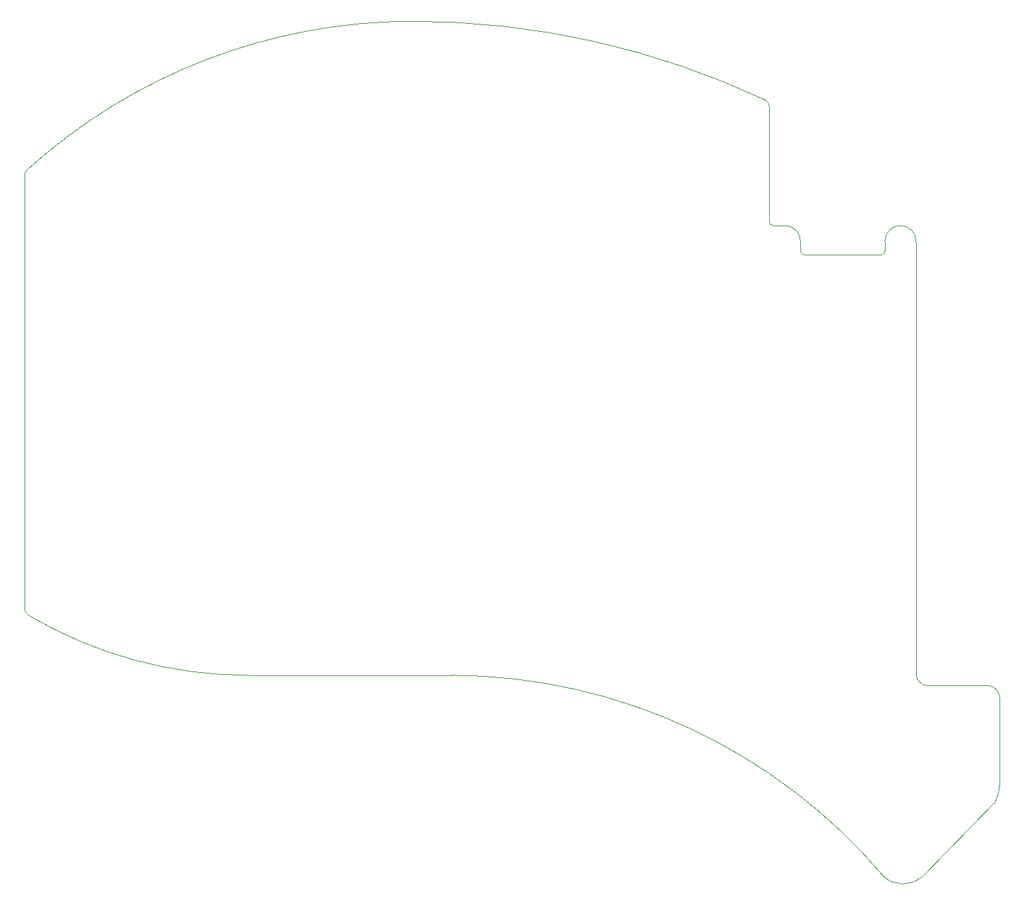
<source format=gm1>
%TF.GenerationSoftware,KiCad,Pcbnew,7.0.7-2.fc38*%
%TF.CreationDate,2023-10-08T12:30:22+05:30*%
%TF.ProjectId,tako_right,74616b6f-5f72-4696-9768-742e6b696361,rev?*%
%TF.SameCoordinates,Original*%
%TF.FileFunction,Profile,NP*%
%FSLAX46Y46*%
G04 Gerber Fmt 4.6, Leading zero omitted, Abs format (unit mm)*
G04 Created by KiCad (PCBNEW 7.0.7-2.fc38) date 2023-10-08 12:30:22*
%MOMM*%
%LPD*%
G01*
G04 APERTURE LIST*
%TA.AperFunction,Profile*%
%ADD10C,0.100000*%
%TD*%
%TA.AperFunction,Profile*%
%ADD11C,0.050000*%
%TD*%
G04 APERTURE END LIST*
D10*
X276294057Y-111364599D02*
X268643644Y-111364387D01*
X277248315Y-126235007D02*
G75*
G03*
X277819057Y-124214599I-3379215J2045407D01*
G01*
D11*
X247788747Y-36379085D02*
G75*
G03*
X202739289Y-26334575I-45050047J-96003415D01*
G01*
X153114941Y-86246058D02*
X153114943Y-101485645D01*
X248364002Y-51980529D02*
X248364002Y-37284666D01*
X153114986Y-101485645D02*
G75*
G03*
X153588342Y-102335003I998414J-155D01*
G01*
X265145268Y-52479935D02*
G75*
G03*
X263145135Y-54479892I-268J-1999865D01*
G01*
X153588342Y-102335002D02*
G75*
G03*
X181689856Y-110035990I28101808J47422902D01*
G01*
X207751735Y-110035651D02*
X181689856Y-110035990D01*
X153114948Y-46085744D02*
X153114940Y-60166058D01*
X248864006Y-52480527D02*
X250363944Y-52480355D01*
X252363945Y-54480488D02*
G75*
G03*
X250363944Y-52480355I-1999845J288D01*
G01*
X252864111Y-56230419D02*
X262644956Y-56229817D01*
D10*
X277819101Y-112889599D02*
G75*
G03*
X276294057Y-111364599I-1525001J-1D01*
G01*
D11*
X262966844Y-135740807D02*
G75*
G03*
X267799180Y-135879352I2491556J2560207D01*
G01*
X153438732Y-45349074D02*
G75*
G03*
X153114948Y-46085744I676268J-736726D01*
G01*
X153114941Y-86246058D02*
X153114940Y-60166058D01*
X267145259Y-54480041D02*
X267144942Y-94264804D01*
X248363973Y-51980529D02*
G75*
G03*
X248864006Y-52480527I500027J29D01*
G01*
X252363931Y-54480488D02*
X252364104Y-55730421D01*
X262644956Y-56229860D02*
G75*
G03*
X263144960Y-55729820I-156J500160D01*
G01*
D10*
X267144948Y-94264807D02*
X267144057Y-109839599D01*
D11*
X262966860Y-135740789D02*
G75*
G03*
X207751735Y-110035652I-55447800J-46948791D01*
G01*
X252364181Y-55730421D02*
G75*
G03*
X252864111Y-56230419I499919J-79D01*
G01*
X202739289Y-26334578D02*
G75*
G03*
X153438748Y-45349091I-89J-73419872D01*
G01*
X248363971Y-37284666D02*
G75*
G03*
X247788744Y-36379091I-1000171J166D01*
G01*
X267145296Y-54480041D02*
G75*
G03*
X265145268Y-52479904I-2000296J-159D01*
G01*
X263144960Y-55729820D02*
X263145135Y-54479892D01*
D10*
X267144101Y-109839599D02*
G75*
G03*
X268643644Y-111364387I1524999J-1D01*
G01*
X277248320Y-126235010D02*
X267799180Y-135879353D01*
X277819057Y-112889599D02*
X277819057Y-124214599D01*
M02*

</source>
